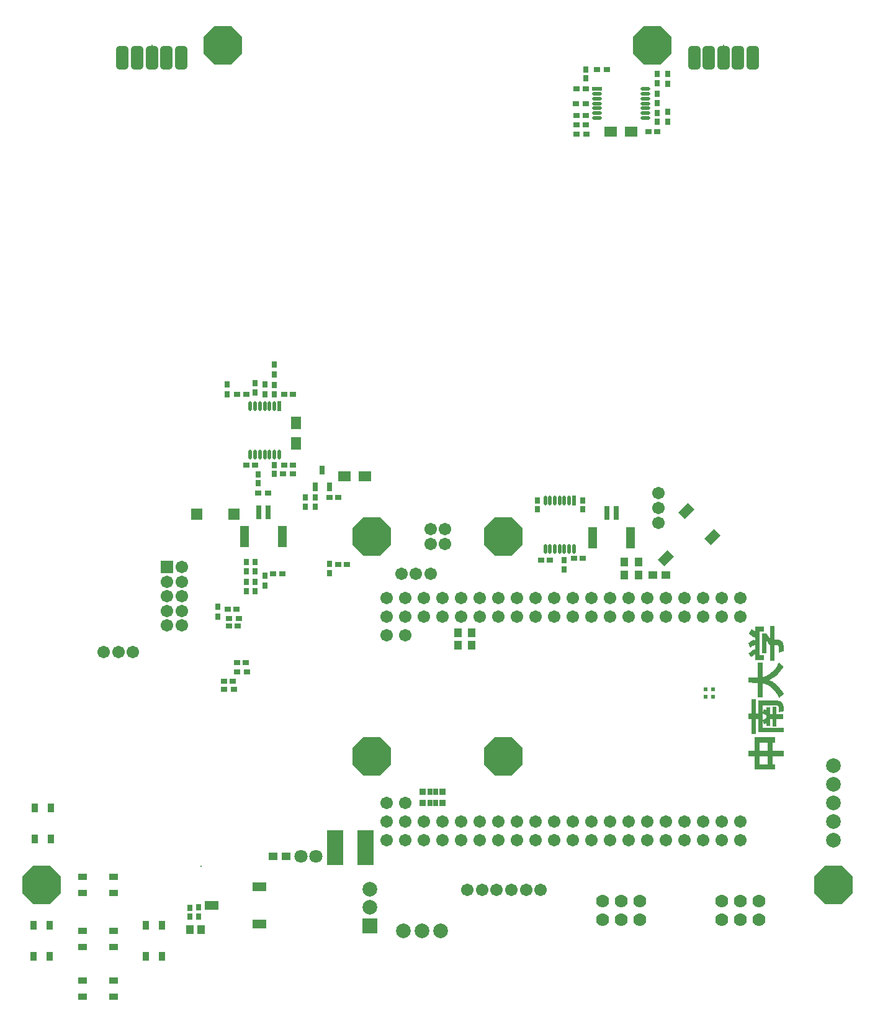
<source format=gts>
G04*
G04 #@! TF.GenerationSoftware,Altium Limited,Altium Designer,20.1.11 (218)*
G04*
G04 Layer_Color=8388736*
%FSLAX25Y25*%
%MOIN*%
G70*
G04*
G04 #@! TF.SameCoordinates,1E5C8DF0-0C21-4807-87EA-DBAC22A10C90*
G04*
G04*
G04 #@! TF.FilePolarity,Negative*
G04*
G01*
G75*
%ADD40R,0.06800X0.05800*%
%ADD41O,0.02099X0.05300*%
%ADD42R,0.02099X0.05300*%
%ADD43R,0.05800X0.06800*%
%ADD44R,0.03162X0.04737*%
%ADD45R,0.03162X0.07493*%
%ADD46R,0.04737X0.11824*%
%ADD47R,0.06312X0.06312*%
%ADD48R,0.03353X0.03550*%
%ADD49R,0.02684X0.03550*%
%ADD50R,0.04300X0.04600*%
%ADD51R,0.04600X0.04300*%
G04:AMPARAMS|DCode=52|XSize=47.37mil|YSize=74.93mil|CornerRadius=0mil|HoleSize=0mil|Usage=FLASHONLY|Rotation=315.000|XOffset=0mil|YOffset=0mil|HoleType=Round|Shape=Rectangle|*
%AMROTATEDRECTD52*
4,1,4,-0.04324,-0.00974,0.00974,0.04324,0.04324,0.00974,-0.00974,-0.04324,-0.04324,-0.00974,0.0*
%
%ADD52ROTATEDRECTD52*%

%ADD53R,0.07493X0.04737*%
%ADD54R,0.03800X0.03100*%
%ADD55R,0.03300X0.02800*%
%ADD56R,0.02800X0.03300*%
%ADD57O,0.05300X0.02099*%
%ADD58R,0.05300X0.02099*%
%ADD59R,0.08674X0.18517*%
%ADD60R,0.04934X0.03359*%
%ADD61R,0.03359X0.04934*%
%ADD62R,0.04461X0.04658*%
%ADD63R,0.03100X0.03800*%
%ADD64C,0.02368*%
%ADD65P,0.22514X8X22.5*%
%ADD66C,0.06706*%
%ADD67R,0.06706X0.06706*%
G04:AMPARAMS|DCode=68|XSize=8mil|YSize=8mil|CornerRadius=0mil|HoleSize=0mil|Usage=FLASHONLY|Rotation=90.000|XOffset=0mil|YOffset=0mil|HoleType=Round|Shape=RoundedRectangle|*
%AMROUNDEDRECTD68*
21,1,0.00800,0.00800,0,0,90.0*
21,1,0.00800,0.00800,0,0,90.0*
1,1,0.00000,0.00400,0.00400*
1,1,0.00000,0.00400,-0.00400*
1,1,0.00000,-0.00400,-0.00400*
1,1,0.00000,-0.00400,0.00400*
%
%ADD68ROUNDEDRECTD68*%
%ADD69C,0.07887*%
%ADD70R,0.07887X0.07887*%
%ADD71C,0.07099*%
%ADD72C,0.06706*%
%ADD73C,0.00800*%
G04:AMPARAMS|DCode=74|XSize=126.11mil|YSize=67.06mil|CornerRadius=18.76mil|HoleSize=0mil|Usage=FLASHONLY|Rotation=90.000|XOffset=0mil|YOffset=0mil|HoleType=Round|Shape=RoundedRectangle|*
%AMROUNDEDRECTD74*
21,1,0.12611,0.02953,0,0,90.0*
21,1,0.08858,0.06706,0,0,90.0*
1,1,0.03753,0.01476,0.04429*
1,1,0.03753,0.01476,-0.04429*
1,1,0.03753,-0.01476,-0.04429*
1,1,0.03753,-0.01476,0.04429*
%
%ADD74ROUNDEDRECTD74*%
%ADD75C,0.07000*%
G36*
X175192Y135967D02*
X172810D01*
Y123403D01*
X175192D01*
Y120707D01*
X170451D01*
Y123860D01*
X170427D01*
X170403Y123812D01*
X170258Y123715D01*
X170042Y123547D01*
X169753Y123330D01*
X169416Y123090D01*
X169079Y122825D01*
X168333Y122223D01*
X166961Y124245D01*
X166985Y124269D01*
X167009Y124293D01*
X167081Y124365D01*
X167177Y124438D01*
X167322Y124558D01*
X167466Y124678D01*
X167803Y124967D01*
X168236Y125328D01*
X168742Y125713D01*
X169295Y126147D01*
X169873Y126580D01*
X170451Y125737D01*
Y128939D01*
X170427D01*
X170378Y128915D01*
X170306Y128867D01*
X170186Y128794D01*
X170066Y128722D01*
X169897Y128650D01*
X169536Y128457D01*
X169127Y128217D01*
X168694Y127976D01*
X168260Y127711D01*
X167851Y127446D01*
X166816Y129805D01*
X166840D01*
X166864Y129829D01*
X166937Y129877D01*
X167033Y129950D01*
X167129Y130022D01*
X167273Y130094D01*
X167634Y130311D01*
X168068Y130576D01*
X168573Y130888D01*
X169175Y131225D01*
X169849Y131611D01*
X170451Y130263D01*
Y132621D01*
X170427Y132645D01*
X170378Y132670D01*
X170258Y132742D01*
X170138Y132838D01*
X169969Y132958D01*
X169777Y133079D01*
X169343Y133392D01*
X168814Y133753D01*
X168284Y134114D01*
X167707Y134499D01*
X167177Y134860D01*
X168597Y137435D01*
X170451Y135895D01*
Y138663D01*
X175192D01*
Y135967D01*
D02*
G37*
G36*
X181066Y131562D02*
X183039D01*
X183063D01*
X183088D01*
X183160D01*
X183256D01*
X183497Y131514D01*
X183785Y131466D01*
X184098Y131370D01*
X184435Y131249D01*
X184772Y131057D01*
X185061Y130816D01*
X185085Y130792D01*
X185182Y130672D01*
X185302Y130503D01*
X185422Y130263D01*
X185567Y129926D01*
X185687Y129541D01*
X185783Y129083D01*
X185807Y128554D01*
Y127591D01*
X185831Y127134D01*
Y125425D01*
X185807D01*
X185783D01*
X185711Y125400D01*
X185615Y125376D01*
X185350Y125328D01*
X185013Y125256D01*
X184628Y125160D01*
X184219Y125039D01*
X183328Y124775D01*
Y125160D01*
X183352Y125304D01*
Y126074D01*
X183376Y126532D01*
Y127495D01*
X183352Y127663D01*
X183304Y127880D01*
X183232Y128120D01*
X183088Y128361D01*
X182895Y128578D01*
X182606Y128746D01*
X182413Y128770D01*
X182221Y128794D01*
X181066D01*
Y120394D01*
X178683D01*
Y128794D01*
X178177D01*
X176516Y131370D01*
Y124341D01*
X174158D01*
Y135149D01*
X176492D01*
X178683Y131851D01*
Y139024D01*
X181066D01*
Y131562D01*
D02*
G37*
G36*
X183232Y119479D02*
X183280Y119455D01*
X183352Y119383D01*
X183473Y119287D01*
X183593Y119166D01*
X183761Y119022D01*
X184123Y118709D01*
X184532Y118372D01*
X184965Y118011D01*
X185398Y117650D01*
X185831Y117313D01*
Y117289D01*
X185807Y117265D01*
X185759Y117193D01*
X185711Y117072D01*
X185639Y116952D01*
X185567Y116807D01*
X185350Y116471D01*
X185085Y116037D01*
X184772Y115556D01*
X184387Y115002D01*
X183930Y114425D01*
X183400Y113847D01*
X182823Y113221D01*
X182173Y112619D01*
X181475Y112018D01*
X180681Y111464D01*
X179838Y110910D01*
X178923Y110429D01*
X177936Y110020D01*
X177961D01*
X177985Y109996D01*
X178057Y109972D01*
X178153Y109948D01*
X178273Y109899D01*
X178418Y109827D01*
X178755Y109683D01*
X179188Y109466D01*
X179670Y109201D01*
X180223Y108888D01*
X180825Y108503D01*
X181451Y108046D01*
X182101Y107516D01*
X182775Y106915D01*
X183449Y106241D01*
X184098Y105471D01*
X184748Y104628D01*
X185374Y103689D01*
X185687Y103184D01*
X185976Y102654D01*
X185928Y102630D01*
X185807Y102510D01*
X185591Y102341D01*
X185302Y102101D01*
X184941Y101788D01*
X184508Y101403D01*
X184026Y100969D01*
X183497Y100464D01*
Y100488D01*
X183449Y100536D01*
X183424Y100632D01*
X183352Y100777D01*
X183280Y100921D01*
X183160Y101114D01*
X183063Y101330D01*
X182919Y101571D01*
X182582Y102101D01*
X182197Y102726D01*
X181740Y103376D01*
X181210Y104050D01*
X180608Y104748D01*
X179934Y105422D01*
X179212Y106072D01*
X178418Y106650D01*
X177551Y107179D01*
X177094Y107420D01*
X176613Y107613D01*
X176131Y107805D01*
X175626Y107950D01*
X175096Y108070D01*
X174567Y108142D01*
Y100825D01*
X171919D01*
Y108407D01*
X171895D01*
X171823D01*
X171702Y108431D01*
X171558D01*
X171341D01*
X171101Y108455D01*
X170836D01*
X170523Y108479D01*
X170186D01*
X169825Y108503D01*
X169416D01*
X168983Y108527D01*
X168068D01*
X167081D01*
Y111440D01*
X167105D01*
X167201D01*
X167346D01*
X167562D01*
X167803Y111416D01*
X168092D01*
X168405D01*
X168742D01*
X169512Y111392D01*
X170330Y111368D01*
X171149Y111319D01*
X171919Y111295D01*
Y119238D01*
X174567D01*
Y111512D01*
X174591D01*
X174639Y111536D01*
X174735Y111560D01*
X174855Y111608D01*
X175000Y111656D01*
X175169Y111705D01*
X175385Y111777D01*
X175602Y111873D01*
X176131Y112090D01*
X176709Y112379D01*
X177359Y112715D01*
X178057Y113125D01*
X178779Y113630D01*
X179501Y114184D01*
X180223Y114834D01*
X180921Y115580D01*
X181258Y115989D01*
X181595Y116422D01*
X181908Y116856D01*
X182197Y117337D01*
X182486Y117842D01*
X182750Y118372D01*
X182991Y118926D01*
X183208Y119503D01*
X183232Y119479D01*
D02*
G37*
G36*
X170836Y91847D02*
X172256D01*
Y98875D01*
X182750D01*
X182775D01*
X182871D01*
X183015Y98851D01*
X183208Y98827D01*
X183424Y98803D01*
X183665Y98731D01*
X183930Y98659D01*
X184195Y98538D01*
X184484Y98394D01*
X184748Y98201D01*
X185013Y97985D01*
X185230Y97720D01*
X185446Y97407D01*
X185615Y97046D01*
X185711Y96637D01*
X185783Y96155D01*
Y96035D01*
X185807Y95939D01*
Y95674D01*
X185831Y95313D01*
Y93821D01*
X185807Y93195D01*
X185783D01*
X185759D01*
X185687Y93171D01*
X185591D01*
X185326Y93123D01*
X185013Y93050D01*
X184628Y92978D01*
X184195Y92882D01*
X183737Y92761D01*
X183256Y92641D01*
Y92689D01*
X183280Y92834D01*
Y93050D01*
X183304Y93339D01*
X183328Y93700D01*
Y94085D01*
X183352Y94519D01*
Y95024D01*
X183328Y95169D01*
X183280Y95385D01*
X183208Y95626D01*
X183063Y95842D01*
X182847Y96059D01*
X182702Y96131D01*
X182534Y96204D01*
X182365Y96228D01*
X182149Y96252D01*
X174495D01*
Y84481D01*
X185904D01*
Y81858D01*
X172256D01*
Y89031D01*
X170836D01*
Y80991D01*
X168621D01*
Y89031D01*
X166961D01*
Y91847D01*
X168621D01*
Y99621D01*
X170836D01*
Y91847D01*
D02*
G37*
G36*
X182004Y91582D02*
X185470D01*
Y89055D01*
X182004D01*
Y84963D01*
X179982D01*
Y89055D01*
X178562D01*
Y85300D01*
X176516D01*
Y87009D01*
X176492Y86985D01*
X176396Y86937D01*
X176276Y86864D01*
X176107Y86768D01*
X175915Y86648D01*
X175698Y86503D01*
X175241Y86215D01*
X174543Y88429D01*
X174591Y88453D01*
X174711Y88549D01*
X174904Y88670D01*
X175169Y88838D01*
X175457Y89007D01*
X175794Y89223D01*
X176516Y89657D01*
Y90980D01*
X176468Y91004D01*
X176348Y91101D01*
X176155Y91221D01*
X175915Y91390D01*
X175602Y91582D01*
X175265Y91799D01*
X174928Y92015D01*
X174543Y92232D01*
X175313Y94519D01*
X175337Y94494D01*
X175409Y94446D01*
X175530Y94350D01*
X175674Y94254D01*
X175866Y94109D01*
X176059Y93941D01*
X176516Y93604D01*
Y95361D01*
X178562D01*
Y91582D01*
X179982D01*
Y95674D01*
X182004D01*
Y91582D01*
D02*
G37*
G36*
X181138Y76394D02*
X179814D01*
Y72061D01*
X186000D01*
Y69149D01*
X179814D01*
Y64816D01*
X181210D01*
Y61976D01*
X170354D01*
Y69149D01*
X166961D01*
Y72061D01*
X170354D01*
Y79234D01*
X181138D01*
Y76394D01*
D02*
G37*
%LPC*%
G36*
X177166D02*
X173026D01*
Y72061D01*
X177166D01*
Y76394D01*
D02*
G37*
G36*
Y69149D02*
X173026D01*
Y64816D01*
X177166D01*
Y69149D01*
D02*
G37*
%LPD*%
D40*
X93000Y404500D02*
D03*
X104000D02*
D03*
X-38969Y219500D02*
D03*
X-49968D02*
D03*
D41*
X-90405Y230968D02*
D03*
X-98000Y231000D02*
D03*
X-92882D02*
D03*
X-95441Y256984D02*
D03*
X-90323D02*
D03*
X-98000D02*
D03*
X-92882D02*
D03*
X-87764D02*
D03*
Y231000D02*
D03*
X-100559D02*
D03*
X-95441D02*
D03*
X-85205Y230968D02*
D03*
X-100559Y256984D02*
D03*
X67977Y180468D02*
D03*
X60382Y180500D02*
D03*
X65500D02*
D03*
X62941Y206484D02*
D03*
X68059D02*
D03*
X60382D02*
D03*
X65500D02*
D03*
X70618D02*
D03*
Y180500D02*
D03*
X57823D02*
D03*
X62941D02*
D03*
X73177Y180468D02*
D03*
X57823Y206484D02*
D03*
D42*
X-85205Y256984D02*
D03*
X73177Y206484D02*
D03*
D43*
X-76000Y237000D02*
D03*
Y248000D02*
D03*
D44*
X-65693Y213532D02*
D03*
X-58212D02*
D03*
X-61953Y222587D02*
D03*
D45*
X-91039Y200095D02*
D03*
X-95961Y200095D02*
D03*
X95961Y199594D02*
D03*
X91039Y199595D02*
D03*
D46*
X-83362Y186906D02*
D03*
X-103638D02*
D03*
X103638Y186406D02*
D03*
X83362D02*
D03*
D47*
X-109543Y199000D02*
D03*
X-129228D02*
D03*
D48*
X2682Y50002D02*
D03*
Y43940D02*
D03*
X-7948Y50002D02*
D03*
X-7948Y43940D02*
D03*
D49*
X-1058Y50002D02*
D03*
Y43940D02*
D03*
X-4208Y50002D02*
D03*
Y43940D02*
D03*
D50*
X11102Y135500D02*
D03*
Y128600D02*
D03*
X18230Y135500D02*
D03*
Y128600D02*
D03*
X100429Y173400D02*
D03*
Y166500D02*
D03*
X108000Y173400D02*
D03*
Y166500D02*
D03*
D51*
X122601D02*
D03*
X115701D02*
D03*
X-81500Y15500D02*
D03*
X-88400D02*
D03*
D52*
X133731Y200558D02*
D03*
X122601Y175500D02*
D03*
X147650Y186638D02*
D03*
D53*
X-95721Y-1158D02*
D03*
X-121310Y-11006D02*
D03*
X-95722Y-20843D02*
D03*
D54*
X-109548Y105028D02*
D03*
X-114848D02*
D03*
X79500Y419500D02*
D03*
X74200D02*
D03*
X85500Y437570D02*
D03*
X90800D02*
D03*
X-107777Y114500D02*
D03*
X-102477D02*
D03*
X74680Y403000D02*
D03*
X79980D02*
D03*
X-112168Y143121D02*
D03*
X-106868D02*
D03*
X-96339Y210500D02*
D03*
X-91039D02*
D03*
X-82980Y220680D02*
D03*
X-77680D02*
D03*
D55*
X-102957Y119500D02*
D03*
X-107777D02*
D03*
X-58212Y207852D02*
D03*
X-53392D02*
D03*
X60382Y174500D02*
D03*
X55562D02*
D03*
X73177Y175500D02*
D03*
X77997D02*
D03*
X-112762Y148000D02*
D03*
X-107942D02*
D03*
X79500Y427177D02*
D03*
X74680D02*
D03*
X-82500Y263500D02*
D03*
X-77680D02*
D03*
X-112168Y138858D02*
D03*
X-107348D02*
D03*
X79500Y408062D02*
D03*
X74680D02*
D03*
X-102820Y263500D02*
D03*
X-107640D02*
D03*
X79500Y412882D02*
D03*
X74680D02*
D03*
X-53392Y171915D02*
D03*
X-48572D02*
D03*
X-98000Y225500D02*
D03*
X-102820D02*
D03*
X118052Y404500D02*
D03*
X113232D02*
D03*
X-88254Y166929D02*
D03*
X-83434D02*
D03*
X-114848Y109344D02*
D03*
X-110028D02*
D03*
X-82500Y225500D02*
D03*
X-77680D02*
D03*
D56*
X79713Y437820D02*
D03*
Y433000D02*
D03*
X-65693Y207852D02*
D03*
Y203032D02*
D03*
X-70892Y207852D02*
D03*
Y203032D02*
D03*
X77997Y206484D02*
D03*
Y201664D02*
D03*
X53500Y201664D02*
D03*
Y206484D02*
D03*
X-128500Y-16977D02*
D03*
Y-12157D02*
D03*
X-133182Y-12180D02*
D03*
Y-17000D02*
D03*
X-87764Y263500D02*
D03*
Y268320D02*
D03*
X-102820Y168500D02*
D03*
Y173320D02*
D03*
X-98000Y269320D02*
D03*
Y264500D02*
D03*
Y168500D02*
D03*
Y173320D02*
D03*
X-96339Y220500D02*
D03*
Y215680D02*
D03*
X118052Y414382D02*
D03*
Y409562D02*
D03*
X-87764Y225500D02*
D03*
Y220680D02*
D03*
X118052Y430500D02*
D03*
Y435320D02*
D03*
Y424618D02*
D03*
Y419798D02*
D03*
D57*
X85500Y411823D02*
D03*
X111516Y427177D02*
D03*
X111484Y416941D02*
D03*
Y411823D02*
D03*
Y424618D02*
D03*
X85500D02*
D03*
Y419500D02*
D03*
Y414382D02*
D03*
Y422059D02*
D03*
Y416941D02*
D03*
X111484Y419500D02*
D03*
Y414382D02*
D03*
X111516Y421977D02*
D03*
D58*
X85500Y427177D02*
D03*
D59*
X-54969Y20000D02*
D03*
X-38669Y19900D02*
D03*
D60*
X-190667Y4331D02*
D03*
X-174131D02*
D03*
X-190667Y-4330D02*
D03*
X-174131D02*
D03*
X-190667Y-24730D02*
D03*
X-174131D02*
D03*
X-190667Y-33391D02*
D03*
X-174131D02*
D03*
X-190667Y-51230D02*
D03*
X-174131D02*
D03*
X-190667Y-59891D02*
D03*
X-174131D02*
D03*
D61*
X-216929Y-38328D02*
D03*
Y-21792D02*
D03*
X-208268Y-38328D02*
D03*
Y-21792D02*
D03*
X-156730Y-38328D02*
D03*
Y-21792D02*
D03*
X-148069Y-38328D02*
D03*
Y-21792D02*
D03*
X-216331Y24732D02*
D03*
Y41268D02*
D03*
X-207670Y24732D02*
D03*
Y41268D02*
D03*
D62*
X-133182Y-24000D02*
D03*
X-127119D02*
D03*
D63*
X67977Y174500D02*
D03*
Y169200D02*
D03*
X-92882Y263500D02*
D03*
Y268800D02*
D03*
X-87764Y274000D02*
D03*
Y279300D02*
D03*
X-118006Y143939D02*
D03*
Y149240D02*
D03*
X-112941Y263500D02*
D03*
Y268800D02*
D03*
X-102820Y162813D02*
D03*
Y157513D02*
D03*
X123500Y409562D02*
D03*
Y414862D02*
D03*
X-98000Y162813D02*
D03*
Y157513D02*
D03*
X-58168Y172500D02*
D03*
Y167200D02*
D03*
X123500Y435320D02*
D03*
Y430020D02*
D03*
X-92882Y165997D02*
D03*
Y160697D02*
D03*
D64*
X147957Y105048D02*
D03*
X144020D02*
D03*
Y101111D02*
D03*
X147957D02*
D03*
D65*
X-35433Y187008D02*
D03*
X212598Y0D02*
D03*
X-212598D02*
D03*
X35433Y187008D02*
D03*
X115353Y450787D02*
D03*
X-35433Y68898D02*
D03*
X35433D02*
D03*
X-115356Y450787D02*
D03*
D66*
X-11626Y167000D02*
D03*
X-19500D02*
D03*
X-3752D02*
D03*
X-137462Y170687D02*
D03*
X-145336Y162813D02*
D03*
X-137462D02*
D03*
X-145336Y154939D02*
D03*
X-137462D02*
D03*
X-145336Y147065D02*
D03*
X-137462D02*
D03*
X-145336Y139191D02*
D03*
X-137462D02*
D03*
X31752Y-2500D02*
D03*
X16004D02*
D03*
X39626D02*
D03*
X23878D02*
D03*
X47500D02*
D03*
X55374D02*
D03*
X118500Y202374D02*
D03*
Y194500D02*
D03*
Y210248D02*
D03*
X-3874Y191000D02*
D03*
X4000D02*
D03*
X-3874Y183126D02*
D03*
X4000D02*
D03*
X-163591Y125079D02*
D03*
X-179339D02*
D03*
X-171465D02*
D03*
D67*
X-145336Y170687D02*
D03*
D68*
X-127119Y9968D02*
D03*
D69*
X212598Y43940D02*
D03*
Y33939D02*
D03*
Y23939D02*
D03*
Y53939D02*
D03*
Y63939D02*
D03*
X-36500Y-2315D02*
D03*
Y-12157D02*
D03*
X-8372Y-24513D02*
D03*
X1628D02*
D03*
X-18372D02*
D03*
D70*
X-36500Y-22000D02*
D03*
D71*
X-73374Y15500D02*
D03*
X-65500D02*
D03*
D72*
X-27399Y43940D02*
D03*
X-17399D02*
D03*
X-27399Y33939D02*
D03*
Y23939D02*
D03*
X-17399Y33939D02*
D03*
Y23939D02*
D03*
X-7399Y33939D02*
D03*
Y23939D02*
D03*
X2601Y33939D02*
D03*
Y23939D02*
D03*
X12601Y33939D02*
D03*
Y23939D02*
D03*
X22601Y33939D02*
D03*
Y23939D02*
D03*
X32601Y33939D02*
D03*
Y23939D02*
D03*
X42601Y33939D02*
D03*
Y23939D02*
D03*
X52601Y33939D02*
D03*
Y23939D02*
D03*
X62601Y33939D02*
D03*
Y23939D02*
D03*
X72601Y33939D02*
D03*
Y23939D02*
D03*
X82601Y33939D02*
D03*
Y23939D02*
D03*
X92601Y33939D02*
D03*
Y23939D02*
D03*
X102601Y33939D02*
D03*
Y23939D02*
D03*
X112601Y33939D02*
D03*
Y23939D02*
D03*
X122601Y33939D02*
D03*
Y23939D02*
D03*
X132601Y33939D02*
D03*
Y23939D02*
D03*
X142601Y33939D02*
D03*
Y23939D02*
D03*
X152601Y33939D02*
D03*
Y23939D02*
D03*
X162601Y33939D02*
D03*
Y23939D02*
D03*
X-17399Y133940D02*
D03*
X-27399D02*
D03*
Y143939D02*
D03*
Y153939D02*
D03*
X-17399Y143939D02*
D03*
Y153939D02*
D03*
X-7399Y143939D02*
D03*
Y153939D02*
D03*
X2601Y143939D02*
D03*
Y153939D02*
D03*
X12601Y143939D02*
D03*
Y153939D02*
D03*
X22601Y143939D02*
D03*
Y153939D02*
D03*
X32601Y143939D02*
D03*
Y153939D02*
D03*
X42601Y143939D02*
D03*
Y153939D02*
D03*
X52601Y143939D02*
D03*
Y153939D02*
D03*
X62601Y143939D02*
D03*
Y153939D02*
D03*
X72601Y143939D02*
D03*
Y153939D02*
D03*
X82601Y143939D02*
D03*
Y153939D02*
D03*
X92601Y143939D02*
D03*
Y153939D02*
D03*
X102601Y143939D02*
D03*
Y153939D02*
D03*
X112601Y143939D02*
D03*
Y153939D02*
D03*
X122601Y143939D02*
D03*
Y153939D02*
D03*
X132601Y143939D02*
D03*
Y153939D02*
D03*
X142601Y143939D02*
D03*
Y153939D02*
D03*
X152601Y143939D02*
D03*
Y153939D02*
D03*
X162601Y143939D02*
D03*
Y153939D02*
D03*
D73*
X153541Y450787D02*
D03*
X-153543D02*
D03*
D74*
X153541Y443939D02*
D03*
X145667D02*
D03*
X137793D02*
D03*
X169289D02*
D03*
X161415D02*
D03*
X-161417D02*
D03*
X-169291D02*
D03*
X-137795D02*
D03*
X-145669D02*
D03*
X-153543D02*
D03*
D75*
X152601Y-18561D02*
D03*
Y-8561D02*
D03*
X162601Y-18561D02*
D03*
Y-8561D02*
D03*
X172601Y-18561D02*
D03*
Y-8561D02*
D03*
X88500Y-18561D02*
D03*
Y-8561D02*
D03*
X98500Y-18561D02*
D03*
Y-8561D02*
D03*
X108500Y-18561D02*
D03*
Y-8561D02*
D03*
M02*

</source>
